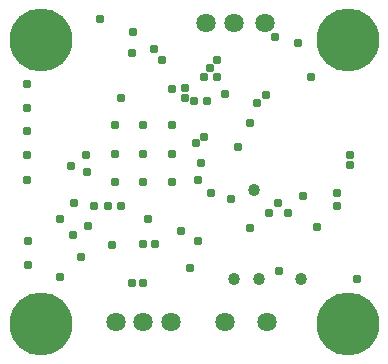
<source format=gbr>
G04 EAGLE Gerber RS-274X export*
G75*
%MOMM*%
%FSLAX34Y34*%
%LPD*%
%INSoldermask Bottom*%
%IPPOS*%
%AMOC8*
5,1,8,0,0,1.08239X$1,22.5*%
G01*
%ADD10C,5.327000*%
%ADD11C,0.781800*%
%ADD12C,1.031800*%
%ADD13C,1.627000*%


D10*
X30000Y30000D03*
X290000Y30000D03*
X290000Y270000D03*
X30000Y270000D03*
D11*
X179000Y239000D03*
X248000Y268000D03*
X259000Y239000D03*
X18000Y152000D03*
X18000Y173000D03*
X18000Y193000D03*
X18000Y213000D03*
X19000Y80000D03*
X90000Y97000D03*
X19000Y100000D03*
X207000Y111000D03*
X298000Y68000D03*
X232000Y75000D03*
X141000Y150000D03*
X141000Y174000D03*
X141000Y198000D03*
X117000Y198000D03*
X117000Y174000D03*
X117000Y150000D03*
X93000Y150000D03*
X93000Y174000D03*
X93000Y198000D03*
X186000Y225000D03*
X166000Y166000D03*
X163000Y152000D03*
X121000Y119000D03*
X108000Y277000D03*
X107000Y259000D03*
X18000Y233000D03*
X197000Y180000D03*
X213000Y217000D03*
X127000Y98000D03*
X107000Y65000D03*
D12*
X194000Y68000D03*
D11*
X281000Y141000D03*
D13*
X186000Y32000D03*
D11*
X163000Y100000D03*
X191000Y136000D03*
X80000Y288000D03*
X221000Y224000D03*
X56000Y164000D03*
X58000Y132000D03*
X174000Y141000D03*
X228000Y273000D03*
D12*
X211000Y143000D03*
D11*
X46000Y70000D03*
X46000Y119000D03*
X252000Y138000D03*
X281000Y130000D03*
X149000Y109000D03*
X57000Y105000D03*
D12*
X250000Y68000D03*
D13*
X222000Y32000D03*
D12*
X215000Y68000D03*
D11*
X292000Y173401D03*
X168000Y188000D03*
X141000Y229000D03*
X173000Y247000D03*
D13*
X194000Y285000D03*
D11*
X152000Y230000D03*
X168536Y239036D03*
D13*
X170000Y285000D03*
D11*
X171000Y219000D03*
X126000Y263000D03*
X133000Y253000D03*
X160072Y219000D03*
X152000Y221000D03*
X179000Y253000D03*
D13*
X220000Y285000D03*
D11*
X70000Y113000D03*
X69000Y159000D03*
X64000Y87000D03*
X68000Y173000D03*
X117000Y98000D03*
X117000Y65000D03*
D13*
X117000Y32000D03*
X140000Y32000D03*
D11*
X222880Y124000D03*
X98000Y130000D03*
X239024Y124000D03*
X75169Y130000D03*
X230952Y132072D03*
X86584Y130000D03*
X207000Y200000D03*
X98000Y221000D03*
X292000Y164599D03*
X161190Y183190D03*
X264000Y112000D03*
X156000Y77000D03*
D13*
X94000Y32000D03*
M02*

</source>
